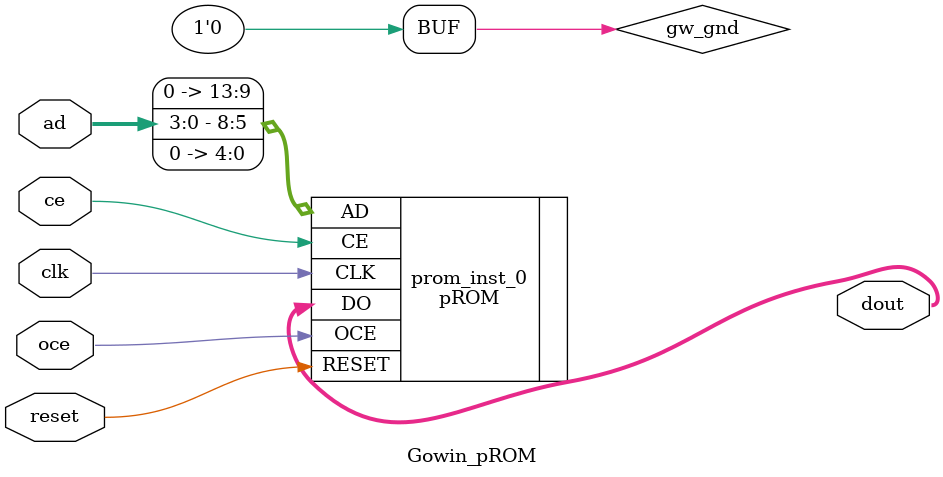
<source format=v>

module Gowin_pROM (dout, clk, oce, ce, reset, ad);

output [31:0] dout;
input clk;
input oce;
input ce;
input reset;
input [3:0] ad;

wire gw_gnd;

assign gw_gnd = 1'b0;

pROM prom_inst_0 (
    .DO(dout[31:0]),
    .CLK(clk),
    .OCE(oce),
    .CE(ce),
    .RESET(reset),
    .AD({gw_gnd,gw_gnd,gw_gnd,gw_gnd,gw_gnd,ad[3:0],gw_gnd,gw_gnd,gw_gnd,gw_gnd,gw_gnd})
);

defparam prom_inst_0.READ_MODE = 1'b0;
defparam prom_inst_0.BIT_WIDTH = 32;
defparam prom_inst_0.RESET_MODE = "SYNC";

endmodule //Gowin_pROM

</source>
